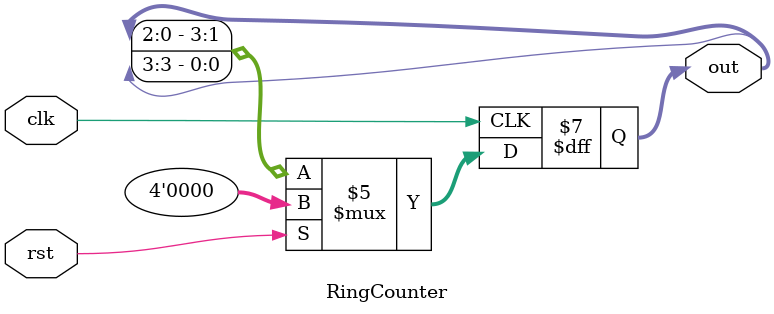
<source format=v>
`timescale 1ns / 1ps

module RingCounter(out, clk, rst);
    input clk, rst;
    output[3:0] out;
    reg[3:0] out;
    
    initial begin
    out = 4'b0001;
    end
   
    always@(posedge clk) begin
        if(rst==1) out=4'b0000;
        else begin
        out = {out[2:0],out[3]};
        end
   end
endmodule
</source>
